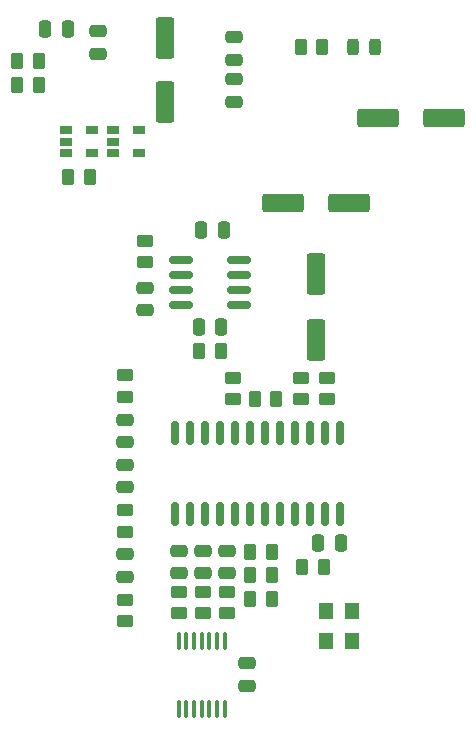
<source format=gbr>
%TF.GenerationSoftware,KiCad,Pcbnew,8.0.7*%
%TF.CreationDate,2025-01-22T15:24:25+13:00*%
%TF.ProjectId,rgbntsc,7267626e-7473-4632-9e6b-696361645f70,rev?*%
%TF.SameCoordinates,Original*%
%TF.FileFunction,Paste,Top*%
%TF.FilePolarity,Positive*%
%FSLAX46Y46*%
G04 Gerber Fmt 4.6, Leading zero omitted, Abs format (unit mm)*
G04 Created by KiCad (PCBNEW 8.0.7) date 2025-01-22 15:24:25*
%MOMM*%
%LPD*%
G01*
G04 APERTURE LIST*
G04 Aperture macros list*
%AMRoundRect*
0 Rectangle with rounded corners*
0 $1 Rounding radius*
0 $2 $3 $4 $5 $6 $7 $8 $9 X,Y pos of 4 corners*
0 Add a 4 corners polygon primitive as box body*
4,1,4,$2,$3,$4,$5,$6,$7,$8,$9,$2,$3,0*
0 Add four circle primitives for the rounded corners*
1,1,$1+$1,$2,$3*
1,1,$1+$1,$4,$5*
1,1,$1+$1,$6,$7*
1,1,$1+$1,$8,$9*
0 Add four rect primitives between the rounded corners*
20,1,$1+$1,$2,$3,$4,$5,0*
20,1,$1+$1,$4,$5,$6,$7,0*
20,1,$1+$1,$6,$7,$8,$9,0*
20,1,$1+$1,$8,$9,$2,$3,0*%
G04 Aperture macros list end*
%ADD10RoundRect,0.250000X0.475000X-0.250000X0.475000X0.250000X-0.475000X0.250000X-0.475000X-0.250000X0*%
%ADD11RoundRect,0.250000X-0.475000X0.250000X-0.475000X-0.250000X0.475000X-0.250000X0.475000X0.250000X0*%
%ADD12RoundRect,0.249998X-0.450002X0.262502X-0.450002X-0.262502X0.450002X-0.262502X0.450002X0.262502X0*%
%ADD13RoundRect,0.250000X0.250000X0.475000X-0.250000X0.475000X-0.250000X-0.475000X0.250000X-0.475000X0*%
%ADD14RoundRect,0.249998X0.450002X-0.262502X0.450002X0.262502X-0.450002X0.262502X-0.450002X-0.262502X0*%
%ADD15RoundRect,0.249998X0.262502X0.450002X-0.262502X0.450002X-0.262502X-0.450002X0.262502X-0.450002X0*%
%ADD16RoundRect,0.150000X-0.825000X-0.150000X0.825000X-0.150000X0.825000X0.150000X-0.825000X0.150000X0*%
%ADD17R,1.200000X1.400000*%
%ADD18RoundRect,0.150000X0.150000X-0.837500X0.150000X0.837500X-0.150000X0.837500X-0.150000X-0.837500X0*%
%ADD19R,1.060000X0.650000*%
%ADD20RoundRect,0.250000X-0.550000X1.500000X-0.550000X-1.500000X0.550000X-1.500000X0.550000X1.500000X0*%
%ADD21RoundRect,0.249998X-0.262502X-0.450002X0.262502X-0.450002X0.262502X0.450002X-0.262502X0.450002X0*%
%ADD22RoundRect,0.250000X-1.500000X-0.550000X1.500000X-0.550000X1.500000X0.550000X-1.500000X0.550000X0*%
%ADD23RoundRect,0.250000X-0.250000X-0.475000X0.250000X-0.475000X0.250000X0.475000X-0.250000X0.475000X0*%
%ADD24RoundRect,0.243750X0.243750X0.456250X-0.243750X0.456250X-0.243750X-0.456250X0.243750X-0.456250X0*%
%ADD25RoundRect,0.100000X0.100000X-0.637500X0.100000X0.637500X-0.100000X0.637500X-0.100000X-0.637500X0*%
G04 APERTURE END LIST*
D10*
%TO.C,C5*%
X37800000Y-78450000D03*
X37800000Y-76550000D03*
%TD*%
D11*
%TO.C,C6*%
X37800000Y-80350000D03*
X37800000Y-82250000D03*
%TD*%
%TO.C,C7*%
X37800000Y-87950000D03*
X37800000Y-89850000D03*
%TD*%
D12*
%TO.C,R10*%
X37800000Y-91787500D03*
X37800000Y-93612500D03*
%TD*%
D13*
%TO.C,C4*%
X46150000Y-60500000D03*
X44250000Y-60500000D03*
%TD*%
%TO.C,C8*%
X56050000Y-87000000D03*
X54150000Y-87000000D03*
%TD*%
D11*
%TO.C,C1*%
X39500000Y-65350000D03*
X39500000Y-67250000D03*
%TD*%
D14*
%TO.C,R1*%
X39500000Y-63212500D03*
X39500000Y-61387500D03*
%TD*%
D15*
%TO.C,R2*%
X30512500Y-46200000D03*
X28687500Y-46200000D03*
%TD*%
%TO.C,R3*%
X30512500Y-48200000D03*
X28687500Y-48200000D03*
%TD*%
D16*
%TO.C,U1*%
X42525000Y-62995000D03*
X42525000Y-64265000D03*
X42525000Y-65535000D03*
X42525000Y-66805000D03*
X47475000Y-66805000D03*
X47475000Y-65535000D03*
X47475000Y-64265000D03*
X47475000Y-62995000D03*
%TD*%
D13*
%TO.C,C2*%
X45950000Y-68650000D03*
X44050000Y-68650000D03*
%TD*%
D15*
%TO.C,R4*%
X45912500Y-70700000D03*
X44087500Y-70700000D03*
%TD*%
D14*
%TO.C,R6*%
X37800000Y-74612500D03*
X37800000Y-72787500D03*
%TD*%
D12*
%TO.C,R7*%
X37800000Y-84187500D03*
X37800000Y-86012500D03*
%TD*%
%TO.C,R12*%
X46900000Y-72987500D03*
X46900000Y-74812500D03*
%TD*%
%TO.C,R13*%
X52700000Y-72987500D03*
X52700000Y-74812500D03*
%TD*%
%TO.C,R14*%
X54900000Y-72987500D03*
X54900000Y-74812500D03*
%TD*%
D17*
%TO.C,X1*%
X56980000Y-95250000D03*
X56980000Y-92710000D03*
X54780000Y-92710000D03*
X54780000Y-95250000D03*
%TD*%
D10*
%TO.C,C11*%
X48100000Y-99050000D03*
X48100000Y-97150000D03*
%TD*%
D18*
%TO.C,U5*%
X42015000Y-84562500D03*
X43285000Y-84562500D03*
X44555000Y-84562500D03*
X45825000Y-84562500D03*
X47095000Y-84562500D03*
X48365000Y-84562500D03*
X49635000Y-84562500D03*
X50905000Y-84562500D03*
X52175000Y-84562500D03*
X53445000Y-84562500D03*
X54715000Y-84562500D03*
X55985000Y-84562500D03*
X55985000Y-77637500D03*
X54715000Y-77637500D03*
X53445000Y-77637500D03*
X52175000Y-77637500D03*
X50905000Y-77637500D03*
X49635000Y-77637500D03*
X48365000Y-77637500D03*
X47095000Y-77637500D03*
X45825000Y-77637500D03*
X44555000Y-77637500D03*
X43285000Y-77637500D03*
X42015000Y-77637500D03*
%TD*%
D15*
%TO.C,R5*%
X34812500Y-56000000D03*
X32987500Y-56000000D03*
%TD*%
D19*
%TO.C,U2*%
X32800000Y-52050000D03*
X32800000Y-53000000D03*
X32800000Y-53950000D03*
X35000000Y-53950000D03*
X35000000Y-52050000D03*
%TD*%
%TO.C,U3*%
X36800000Y-52050000D03*
X36800000Y-53000000D03*
X36800000Y-53950000D03*
X39000000Y-53950000D03*
X39000000Y-52050000D03*
%TD*%
D20*
%TO.C,C14*%
X54000000Y-64200000D03*
X54000000Y-69800000D03*
%TD*%
D11*
%TO.C,C3*%
X35500000Y-43650000D03*
X35500000Y-45550000D03*
%TD*%
%TO.C,C10*%
X47000000Y-47700000D03*
X47000000Y-49600000D03*
%TD*%
D21*
%TO.C,R15*%
X48387500Y-91700000D03*
X50212500Y-91700000D03*
%TD*%
%TO.C,R16*%
X48387500Y-87700000D03*
X50212500Y-87700000D03*
%TD*%
%TO.C,R17*%
X48387500Y-89700000D03*
X50212500Y-89700000D03*
%TD*%
D11*
%TO.C,C15*%
X42400000Y-87650000D03*
X42400000Y-89550000D03*
%TD*%
%TO.C,C16*%
X44400000Y-87650000D03*
X44400000Y-89550000D03*
%TD*%
%TO.C,C17*%
X46400000Y-87650000D03*
X46400000Y-89550000D03*
%TD*%
D22*
%TO.C,C12*%
X59200000Y-51000000D03*
X64800000Y-51000000D03*
%TD*%
D12*
%TO.C,R18*%
X42400000Y-91087500D03*
X42400000Y-92912500D03*
%TD*%
%TO.C,R19*%
X44400000Y-91087500D03*
X44400000Y-92912500D03*
%TD*%
%TO.C,R20*%
X46400000Y-91087500D03*
X46400000Y-92912500D03*
%TD*%
D23*
%TO.C,FB1*%
X31050000Y-43500000D03*
X32950000Y-43500000D03*
%TD*%
D21*
%TO.C,R21*%
X52787500Y-89000000D03*
X54612500Y-89000000D03*
%TD*%
D24*
%TO.C,D1*%
X58937500Y-45000000D03*
X57062500Y-45000000D03*
%TD*%
D21*
%TO.C,R22*%
X52677500Y-45000000D03*
X54502500Y-45000000D03*
%TD*%
D20*
%TO.C,C9*%
X41200000Y-44200000D03*
X41200000Y-49600000D03*
%TD*%
D15*
%TO.C,R11*%
X50612500Y-74800000D03*
X48787500Y-74800000D03*
%TD*%
D22*
%TO.C,C13*%
X51200000Y-58200000D03*
X56800000Y-58200000D03*
%TD*%
D11*
%TO.C,FB2*%
X47000000Y-44150000D03*
X47000000Y-46050000D03*
%TD*%
D25*
%TO.C,U4*%
X42350000Y-101012500D03*
X43000000Y-101012500D03*
X43650000Y-101012500D03*
X44300000Y-101012500D03*
X44950000Y-101012500D03*
X45600000Y-101012500D03*
X46250000Y-101012500D03*
X46250000Y-95287500D03*
X45600000Y-95287500D03*
X44950000Y-95287500D03*
X44300000Y-95287500D03*
X43650000Y-95287500D03*
X43000000Y-95287500D03*
X42350000Y-95287500D03*
%TD*%
M02*

</source>
